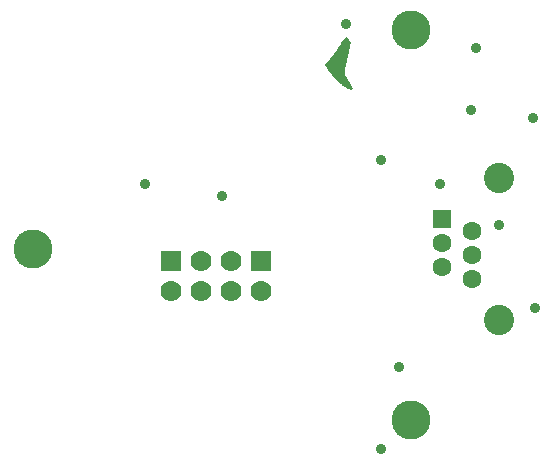
<source format=gbr>
%TF.GenerationSoftware,Altium Limited,Altium Designer,21.2.2 (38)*%
G04 Layer_Color=16711935*
%FSLAX26Y26*%
%MOIN*%
%TF.SameCoordinates,75BC83C2-9D79-468A-8CB9-4745F9D1B378*%
%TF.FilePolarity,Negative*%
%TF.FileFunction,Soldermask,Bot*%
%TF.Part,Single*%
G01*
G75*
%TA.AperFunction,ComponentPad*%
%ADD28C,0.070008*%
%ADD29R,0.070008X0.070008*%
%ADD30C,0.063118*%
%ADD31C,0.100913*%
%ADD32R,0.063118X0.063118*%
%TA.AperFunction,ViaPad*%
%ADD33C,0.130047*%
%ADD34C,0.036000*%
G36*
X1145540Y568057D02*
X1144905Y568691D01*
X1144746Y569009D01*
X1143160Y570595D01*
X1143001Y570913D01*
X1141573Y572340D01*
X1141415Y572658D01*
X1139987Y574085D01*
X1139828Y574402D01*
X1138717Y575513D01*
X1138559Y575831D01*
X1137766Y576624D01*
X1137607Y576941D01*
X1136655Y577893D01*
X1136496Y578210D01*
X1135862Y578845D01*
X1135704Y579162D01*
X1135069Y579797D01*
X1134910Y580114D01*
X1134117Y580907D01*
X1133958Y581224D01*
X1133482Y581700D01*
X1133323Y582018D01*
X1132689Y582653D01*
X1132531Y582970D01*
X1132055Y583445D01*
X1131896Y583763D01*
X1131420Y584239D01*
X1131261Y584556D01*
X1130785Y585032D01*
X1130627Y585350D01*
X1130151Y585825D01*
X1129992Y586142D01*
X1129675Y586460D01*
X1129516Y586777D01*
X1129040Y587253D01*
X1128881Y587570D01*
X1128564Y587888D01*
X1128406Y588205D01*
X1128088Y588522D01*
X1127930Y588839D01*
X1127612Y589157D01*
X1127454Y589474D01*
X1127136Y589792D01*
X1126978Y590109D01*
X1126660Y590426D01*
X1126502Y590743D01*
X1126185Y591061D01*
X1126026Y591378D01*
X1125708Y591695D01*
X1125550Y592012D01*
X1125233Y592330D01*
X1125074Y592647D01*
X1122694Y595979D01*
X1122535Y596296D01*
X1121742Y597406D01*
X1121584Y597724D01*
X1120791Y598835D01*
X1120632Y599152D01*
X1118728Y602166D01*
X1118570Y602483D01*
X1117776Y603753D01*
X1117617Y604070D01*
X1116824Y605498D01*
X1115872Y607243D01*
X1112144Y614778D01*
X1114127Y616761D01*
X1114286Y617079D01*
X1116507Y619300D01*
X1116666Y619617D01*
X1119045Y621997D01*
X1119204Y622314D01*
X1121584Y624694D01*
X1121742Y625011D01*
X1124122Y627391D01*
X1124281Y627708D01*
X1125550Y628977D01*
X1125708Y629295D01*
X1126660Y630247D01*
X1126819Y630564D01*
X1127612Y631357D01*
X1127771Y631674D01*
X1128406Y632309D01*
X1128564Y632626D01*
X1129199Y633261D01*
X1129357Y633578D01*
X1129833Y634054D01*
X1129992Y634371D01*
X1130627Y635006D01*
X1130785Y635323D01*
X1131103Y635640D01*
X1131261Y635958D01*
X1131737Y636434D01*
X1131896Y636751D01*
X1132372Y637227D01*
X1132531Y637544D01*
X1133006Y638020D01*
X1133165Y638338D01*
X1133482Y638655D01*
X1133641Y638972D01*
X1134117Y639448D01*
X1134275Y639765D01*
X1134593Y640083D01*
X1134752Y640400D01*
X1135227Y640876D01*
X1135386Y641193D01*
X1135704Y641511D01*
X1135862Y641828D01*
X1136179Y642145D01*
X1136338Y642462D01*
X1136655Y642780D01*
X1136814Y643097D01*
X1137131Y643414D01*
X1137290Y643732D01*
X1137766Y644208D01*
X1137924Y644525D01*
X1138242Y644842D01*
X1138400Y645159D01*
X1138717Y645477D01*
X1138876Y645794D01*
X1139194Y646111D01*
X1139352Y646429D01*
X1139670Y646746D01*
X1139828Y647063D01*
X1141335Y649046D01*
X1141891Y649760D01*
X1142049Y650078D01*
X1142366Y650395D01*
X1142525Y650712D01*
X1151251Y662928D01*
X1151409Y663245D01*
X1152996Y665466D01*
X1153155Y665784D01*
X1154741Y668005D01*
X1154899Y668322D01*
X1155693Y669433D01*
X1155852Y669750D01*
X1156645Y670860D01*
X1156804Y671178D01*
X1157597Y672288D01*
X1157755Y672606D01*
X1158549Y673716D01*
X1158708Y674033D01*
X1159500Y675144D01*
X1159659Y675461D01*
X1161245Y677682D01*
X1161404Y678000D01*
X1162197Y679110D01*
X1162356Y679427D01*
X1163943Y681649D01*
X1164101Y681966D01*
X1164418Y682283D01*
X1164577Y682600D01*
X1166164Y684821D01*
X1166322Y685139D01*
X1166640Y685456D01*
X1166798Y685773D01*
X1173065Y694420D01*
X1173620Y695134D01*
X1173779Y695451D01*
X1174096Y695768D01*
X1174255Y696086D01*
X1174572Y696403D01*
X1174731Y696720D01*
X1175048Y697037D01*
X1175207Y697355D01*
X1175682Y697831D01*
X1175841Y698148D01*
X1176158Y698465D01*
X1176317Y698782D01*
X1176793Y699258D01*
X1176952Y699576D01*
X1177586Y700210D01*
X1177745Y700528D01*
X1179570Y702352D01*
X1179887Y702511D01*
X1180363Y702987D01*
X1180680Y703145D01*
X1180997Y703462D01*
X1181314Y703621D01*
X1183377Y704573D01*
X1184488Y704732D01*
X1185518Y704494D01*
X1186471Y704018D01*
X1186708Y703780D01*
X1187026Y703621D01*
X1188692Y701955D01*
X1188850Y701638D01*
X1189167Y701321D01*
X1189326Y701003D01*
X1190120Y699893D01*
X1190278Y699576D01*
X1190913Y698624D01*
X1191071Y698307D01*
X1191706Y697196D01*
X1192499Y695927D01*
X1192658Y695609D01*
X1193292Y694499D01*
X1194086Y693230D01*
X1194244Y692912D01*
X1195037Y691802D01*
X1195196Y691485D01*
X1196227Y689977D01*
X1196862Y689026D01*
X1197259Y688629D01*
X1197417Y687518D01*
X1197259Y683076D01*
X1197100Y682600D01*
X1196862Y680776D01*
X1196545Y678714D01*
X1196227Y676810D01*
X1196069Y676016D01*
X1195910Y675065D01*
X1195434Y672685D01*
X1195276Y671733D01*
X1194641Y668560D01*
X1194482Y667926D01*
X1193689Y663959D01*
X1193531Y663325D01*
X1193213Y661738D01*
X1193054Y661103D01*
X1192896Y660311D01*
X1192737Y659676D01*
X1192420Y658089D01*
X1192261Y657455D01*
X1192103Y656661D01*
X1191944Y656027D01*
X1191785Y655234D01*
X1191627Y654599D01*
X1191468Y653806D01*
X1191151Y652537D01*
X1190992Y651743D01*
X1190833Y651109D01*
X1190675Y650316D01*
X1190516Y649681D01*
X1190357Y648888D01*
X1190040Y647618D01*
X1189882Y646825D01*
X1189723Y646191D01*
X1189564Y645398D01*
X1189247Y644128D01*
X1189088Y643335D01*
X1188771Y642066D01*
X1188612Y641273D01*
X1188295Y640003D01*
X1188137Y639210D01*
X1187660Y637307D01*
X1187502Y636513D01*
X1187026Y634610D01*
X1186867Y633816D01*
X1186391Y631912D01*
X1186233Y631119D01*
X1185598Y628581D01*
X1185439Y627788D01*
X1184805Y625250D01*
X1184646Y624456D01*
X1183853Y621283D01*
X1183694Y620490D01*
X1182743Y616682D01*
X1182584Y615889D01*
X1181791Y612716D01*
X1181632Y611923D01*
X1180521Y607481D01*
X1180363Y606687D01*
X1179887Y604784D01*
X1179728Y603991D01*
X1179570Y603356D01*
X1179252Y601769D01*
X1179093Y601135D01*
X1178459Y597962D01*
X1178300Y597010D01*
X1177983Y595423D01*
X1177666Y593520D01*
X1177269Y590268D01*
X1177428Y587729D01*
X1177586Y587253D01*
X1177745Y586619D01*
X1178062Y585508D01*
X1179252Y582256D01*
X1180204Y579876D01*
X1182187Y575513D01*
X1185043Y569960D01*
X1186312Y567739D01*
X1186947Y566788D01*
X1187105Y566470D01*
X1187899Y565360D01*
X1188057Y565043D01*
X1188850Y563932D01*
X1189009Y563615D01*
X1190120Y561870D01*
X1190278Y561552D01*
X1191389Y559807D01*
X1191547Y559490D01*
X1192341Y558221D01*
X1192499Y557903D01*
X1193134Y556793D01*
X1193927Y555523D01*
X1194720Y554096D01*
X1195989Y551875D01*
X1196783Y550447D01*
X1197417Y549336D01*
X1199004Y546481D01*
X1200908Y543149D01*
X1203287Y538866D01*
X1205509Y534265D01*
X1205826Y533154D01*
X1205667Y531885D01*
X1205429Y531647D01*
X1204636Y531330D01*
X1202097Y530695D01*
X1200511Y530537D01*
X1199876Y530378D01*
X1196862Y530537D01*
X1196386Y530695D01*
X1194562Y531092D01*
X1193689Y531330D01*
X1190278Y532520D01*
X1188692Y533154D01*
X1187819Y533551D01*
X1183853Y535613D01*
X1182743Y536247D01*
X1180997Y537358D01*
X1180680Y537517D01*
X1179570Y538310D01*
X1179252Y538469D01*
X1178142Y539262D01*
X1177824Y539421D01*
X1173620Y542515D01*
X1173065Y542911D01*
X1170209Y545132D01*
X1169336Y545846D01*
X1168782Y546243D01*
X1168305Y546719D01*
X1167988Y546877D01*
X1167512Y547353D01*
X1167195Y547512D01*
X1166560Y548147D01*
X1166243Y548305D01*
X1165450Y549098D01*
X1165133Y549257D01*
X1164339Y550051D01*
X1164022Y550209D01*
X1163070Y551161D01*
X1162753Y551319D01*
X1161642Y552430D01*
X1161325Y552589D01*
X1160056Y553858D01*
X1159738Y554016D01*
X1157993Y555761D01*
X1157676Y555920D01*
X1154979Y558617D01*
X1154662Y558776D01*
X1148712Y564725D01*
X1148554Y565043D01*
X1145619Y567977D01*
X1145540Y568057D01*
D02*
G37*
D28*
X898032Y-139370D02*
D03*
X798032D02*
D03*
X698032D02*
D03*
X598032D02*
D03*
X698032Y-39370D02*
D03*
X798032D02*
D03*
D29*
X598032D02*
D03*
X898032D02*
D03*
D30*
X1502355Y-60230D02*
D03*
X1602355Y-100387D02*
D03*
Y-20072D02*
D03*
Y60243D02*
D03*
Y-20072D02*
D03*
X1502355Y20085D02*
D03*
D31*
X1692906Y-236214D02*
D03*
Y236227D02*
D03*
D32*
X1502355Y100400D02*
D03*
D33*
X1397638Y-570866D02*
D03*
Y728346D02*
D03*
X137795Y0D02*
D03*
D34*
X1299213Y-669291D02*
D03*
X1181102Y748032D02*
D03*
X1299213Y295276D02*
D03*
X1614173Y669291D02*
D03*
X1692913Y78740D02*
D03*
X1811024Y-196850D02*
D03*
X511811Y216535D02*
D03*
X1358268Y-393701D02*
D03*
X1807087Y437008D02*
D03*
X1496063Y216535D02*
D03*
X1598981Y462765D02*
D03*
X767716Y177165D02*
D03*
%TF.MD5,11e858e96d53e9985e6e86d9f0296b1f*%
M02*

</source>
